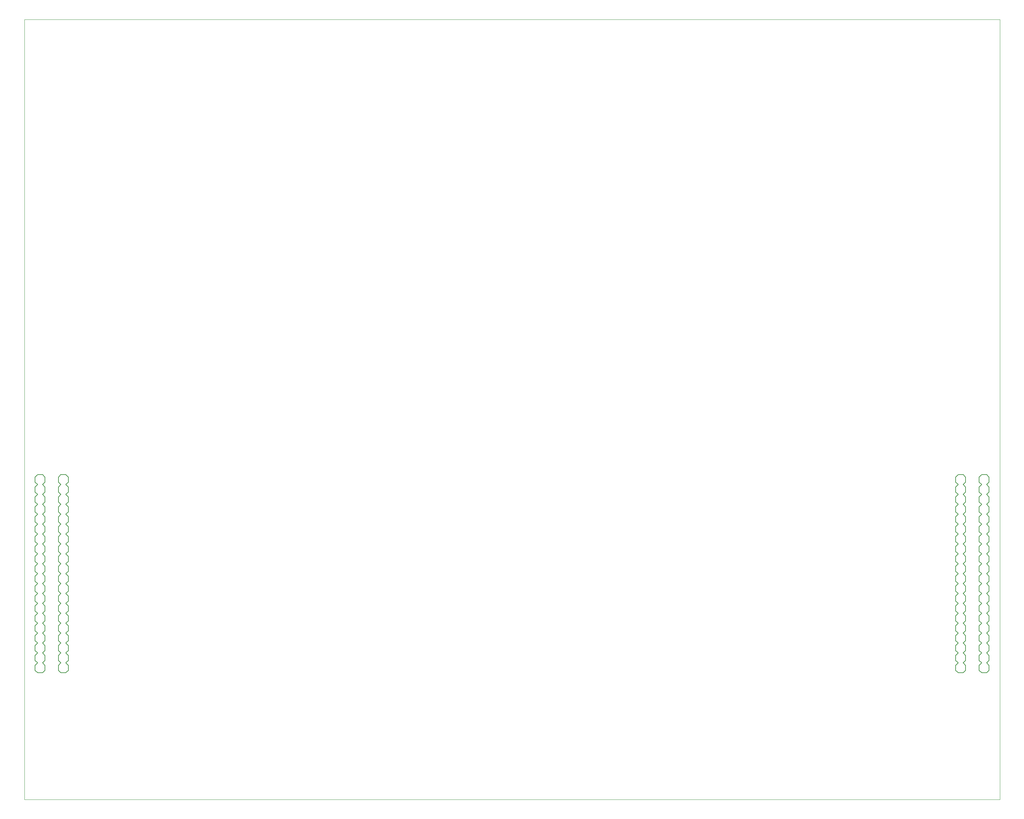
<source format=gbo>
G75*
%MOIN*%
%OFA0B0*%
%FSLAX25Y25*%
%IPPOS*%
%LPD*%
%AMOC8*
5,1,8,0,0,1.08239X$1,22.5*
%
%ADD10C,0.00000*%
%ADD11C,0.00800*%
D10*
X0001000Y0002000D02*
X0001000Y0789402D01*
X0985252Y0789402D01*
X0985252Y0002000D01*
X0001000Y0002000D01*
D11*
X0014248Y0129835D02*
X0019248Y0129835D01*
X0021748Y0132335D01*
X0021748Y0137335D01*
X0019248Y0139835D01*
X0021748Y0142335D01*
X0021748Y0147335D01*
X0019248Y0149835D01*
X0021748Y0152335D01*
X0021748Y0157335D01*
X0019248Y0159835D01*
X0021748Y0162335D01*
X0021748Y0167335D01*
X0019248Y0169835D01*
X0021748Y0172335D01*
X0021748Y0177335D01*
X0019248Y0179835D01*
X0021748Y0182335D01*
X0021748Y0187335D01*
X0019248Y0189835D01*
X0021748Y0192335D01*
X0021748Y0197335D01*
X0019248Y0199835D01*
X0021748Y0202335D01*
X0021748Y0207335D01*
X0019248Y0209835D01*
X0021748Y0212335D01*
X0021748Y0217335D01*
X0019248Y0219835D01*
X0021748Y0222335D01*
X0021748Y0227335D01*
X0019248Y0229835D01*
X0021748Y0232335D01*
X0021748Y0237335D01*
X0019248Y0239835D01*
X0021748Y0242335D01*
X0021748Y0247335D01*
X0019248Y0249835D01*
X0021748Y0252335D01*
X0021748Y0257335D01*
X0019248Y0259835D01*
X0021748Y0262335D01*
X0021748Y0267335D01*
X0019248Y0269835D01*
X0021748Y0272335D01*
X0021748Y0277335D01*
X0019248Y0279835D01*
X0021748Y0282335D01*
X0021748Y0287335D01*
X0019248Y0289835D01*
X0021748Y0292335D01*
X0021748Y0297335D01*
X0019248Y0299835D01*
X0021748Y0302335D01*
X0021748Y0307335D01*
X0019248Y0309835D01*
X0021748Y0312335D01*
X0021748Y0317335D01*
X0019248Y0319835D01*
X0021748Y0322335D01*
X0021748Y0327335D01*
X0019248Y0329835D01*
X0014248Y0329835D01*
X0011748Y0327335D01*
X0011748Y0322335D01*
X0014248Y0319835D01*
X0011748Y0317335D01*
X0011748Y0312335D01*
X0014248Y0309835D01*
X0011748Y0307335D01*
X0011748Y0302335D01*
X0014248Y0299835D01*
X0011748Y0297335D01*
X0011748Y0292335D01*
X0014248Y0289835D01*
X0011748Y0287335D01*
X0011748Y0282335D01*
X0014248Y0279835D01*
X0011748Y0277335D01*
X0011748Y0272335D01*
X0014248Y0269835D01*
X0011748Y0267335D01*
X0011748Y0262335D01*
X0014248Y0259835D01*
X0011748Y0257335D01*
X0011748Y0252335D01*
X0014248Y0249835D01*
X0011748Y0247335D01*
X0011748Y0242335D01*
X0014248Y0239835D01*
X0011748Y0237335D01*
X0011748Y0232335D01*
X0014248Y0229835D01*
X0011748Y0227335D01*
X0011748Y0222335D01*
X0014248Y0219835D01*
X0011748Y0217335D01*
X0011748Y0212335D01*
X0014248Y0209835D01*
X0011748Y0207335D01*
X0011748Y0202335D01*
X0014248Y0199835D01*
X0011748Y0197335D01*
X0011748Y0192335D01*
X0014248Y0189835D01*
X0011748Y0187335D01*
X0011748Y0182335D01*
X0014248Y0179835D01*
X0011748Y0177335D01*
X0011748Y0172335D01*
X0014248Y0169835D01*
X0011748Y0167335D01*
X0011748Y0162335D01*
X0014248Y0159835D01*
X0011748Y0157335D01*
X0011748Y0152335D01*
X0014248Y0149835D01*
X0011748Y0147335D01*
X0011748Y0142335D01*
X0014248Y0139835D01*
X0011748Y0137335D01*
X0011748Y0132335D01*
X0014248Y0129835D01*
X0035370Y0132335D02*
X0037870Y0129835D01*
X0042870Y0129835D01*
X0045370Y0132335D01*
X0045370Y0137335D01*
X0042870Y0139835D01*
X0045370Y0142335D01*
X0045370Y0147335D01*
X0042870Y0149835D01*
X0045370Y0152335D01*
X0045370Y0157335D01*
X0042870Y0159835D01*
X0045370Y0162335D01*
X0045370Y0167335D01*
X0042870Y0169835D01*
X0045370Y0172335D01*
X0045370Y0177335D01*
X0042870Y0179835D01*
X0045370Y0182335D01*
X0045370Y0187335D01*
X0042870Y0189835D01*
X0045370Y0192335D01*
X0045370Y0197335D01*
X0042870Y0199835D01*
X0045370Y0202335D01*
X0045370Y0207335D01*
X0042870Y0209835D01*
X0045370Y0212335D01*
X0045370Y0217335D01*
X0042870Y0219835D01*
X0045370Y0222335D01*
X0045370Y0227335D01*
X0042870Y0229835D01*
X0045370Y0232335D01*
X0045370Y0237335D01*
X0042870Y0239835D01*
X0045370Y0242335D01*
X0045370Y0247335D01*
X0042870Y0249835D01*
X0045370Y0252335D01*
X0045370Y0257335D01*
X0042870Y0259835D01*
X0045370Y0262335D01*
X0045370Y0267335D01*
X0042870Y0269835D01*
X0045370Y0272335D01*
X0045370Y0277335D01*
X0042870Y0279835D01*
X0045370Y0282335D01*
X0045370Y0287335D01*
X0042870Y0289835D01*
X0045370Y0292335D01*
X0045370Y0297335D01*
X0042870Y0299835D01*
X0045370Y0302335D01*
X0045370Y0307335D01*
X0042870Y0309835D01*
X0045370Y0312335D01*
X0045370Y0317335D01*
X0042870Y0319835D01*
X0045370Y0322335D01*
X0045370Y0327335D01*
X0042870Y0329835D01*
X0037870Y0329835D01*
X0035370Y0327335D01*
X0035370Y0322335D01*
X0037870Y0319835D01*
X0035370Y0317335D01*
X0035370Y0312335D01*
X0037870Y0309835D01*
X0035370Y0307335D01*
X0035370Y0302335D01*
X0037870Y0299835D01*
X0035370Y0297335D01*
X0035370Y0292335D01*
X0037870Y0289835D01*
X0035370Y0287335D01*
X0035370Y0282335D01*
X0037870Y0279835D01*
X0035370Y0277335D01*
X0035370Y0272335D01*
X0037870Y0269835D01*
X0035370Y0267335D01*
X0035370Y0262335D01*
X0037870Y0259835D01*
X0035370Y0257335D01*
X0035370Y0252335D01*
X0037870Y0249835D01*
X0035370Y0247335D01*
X0035370Y0242335D01*
X0037870Y0239835D01*
X0035370Y0237335D01*
X0035370Y0232335D01*
X0037870Y0229835D01*
X0035370Y0227335D01*
X0035370Y0222335D01*
X0037870Y0219835D01*
X0035370Y0217335D01*
X0035370Y0212335D01*
X0037870Y0209835D01*
X0035370Y0207335D01*
X0035370Y0202335D01*
X0037870Y0199835D01*
X0035370Y0197335D01*
X0035370Y0192335D01*
X0037870Y0189835D01*
X0035370Y0187335D01*
X0035370Y0182335D01*
X0037870Y0179835D01*
X0035370Y0177335D01*
X0035370Y0172335D01*
X0037870Y0169835D01*
X0035370Y0167335D01*
X0035370Y0162335D01*
X0037870Y0159835D01*
X0035370Y0157335D01*
X0035370Y0152335D01*
X0037870Y0149835D01*
X0035370Y0147335D01*
X0035370Y0142335D01*
X0037870Y0139835D01*
X0035370Y0137335D01*
X0035370Y0132335D01*
X0940882Y0132335D02*
X0943382Y0129835D01*
X0948382Y0129835D01*
X0950882Y0132335D01*
X0950882Y0137335D01*
X0948382Y0139835D01*
X0950882Y0142335D01*
X0950882Y0147335D01*
X0948382Y0149835D01*
X0950882Y0152335D01*
X0950882Y0157335D01*
X0948382Y0159835D01*
X0950882Y0162335D01*
X0950882Y0167335D01*
X0948382Y0169835D01*
X0950882Y0172335D01*
X0950882Y0177335D01*
X0948382Y0179835D01*
X0950882Y0182335D01*
X0950882Y0187335D01*
X0948382Y0189835D01*
X0950882Y0192335D01*
X0950882Y0197335D01*
X0948382Y0199835D01*
X0950882Y0202335D01*
X0950882Y0207335D01*
X0948382Y0209835D01*
X0950882Y0212335D01*
X0950882Y0217335D01*
X0948382Y0219835D01*
X0950882Y0222335D01*
X0950882Y0227335D01*
X0948382Y0229835D01*
X0950882Y0232335D01*
X0950882Y0237335D01*
X0948382Y0239835D01*
X0950882Y0242335D01*
X0950882Y0247335D01*
X0948382Y0249835D01*
X0950882Y0252335D01*
X0950882Y0257335D01*
X0948382Y0259835D01*
X0950882Y0262335D01*
X0950882Y0267335D01*
X0948382Y0269835D01*
X0950882Y0272335D01*
X0950882Y0277335D01*
X0948382Y0279835D01*
X0950882Y0282335D01*
X0950882Y0287335D01*
X0948382Y0289835D01*
X0950882Y0292335D01*
X0950882Y0297335D01*
X0948382Y0299835D01*
X0950882Y0302335D01*
X0950882Y0307335D01*
X0948382Y0309835D01*
X0950882Y0312335D01*
X0950882Y0317335D01*
X0948382Y0319835D01*
X0950882Y0322335D01*
X0950882Y0327335D01*
X0948382Y0329835D01*
X0943382Y0329835D01*
X0940882Y0327335D01*
X0940882Y0322335D01*
X0943382Y0319835D01*
X0940882Y0317335D01*
X0940882Y0312335D01*
X0943382Y0309835D01*
X0940882Y0307335D01*
X0940882Y0302335D01*
X0943382Y0299835D01*
X0940882Y0297335D01*
X0940882Y0292335D01*
X0943382Y0289835D01*
X0940882Y0287335D01*
X0940882Y0282335D01*
X0943382Y0279835D01*
X0940882Y0277335D01*
X0940882Y0272335D01*
X0943382Y0269835D01*
X0940882Y0267335D01*
X0940882Y0262335D01*
X0943382Y0259835D01*
X0940882Y0257335D01*
X0940882Y0252335D01*
X0943382Y0249835D01*
X0940882Y0247335D01*
X0940882Y0242335D01*
X0943382Y0239835D01*
X0940882Y0237335D01*
X0940882Y0232335D01*
X0943382Y0229835D01*
X0940882Y0227335D01*
X0940882Y0222335D01*
X0943382Y0219835D01*
X0940882Y0217335D01*
X0940882Y0212335D01*
X0943382Y0209835D01*
X0940882Y0207335D01*
X0940882Y0202335D01*
X0943382Y0199835D01*
X0940882Y0197335D01*
X0940882Y0192335D01*
X0943382Y0189835D01*
X0940882Y0187335D01*
X0940882Y0182335D01*
X0943382Y0179835D01*
X0940882Y0177335D01*
X0940882Y0172335D01*
X0943382Y0169835D01*
X0940882Y0167335D01*
X0940882Y0162335D01*
X0943382Y0159835D01*
X0940882Y0157335D01*
X0940882Y0152335D01*
X0943382Y0149835D01*
X0940882Y0147335D01*
X0940882Y0142335D01*
X0943382Y0139835D01*
X0940882Y0137335D01*
X0940882Y0132335D01*
X0964504Y0132335D02*
X0967004Y0129835D01*
X0972004Y0129835D01*
X0974504Y0132335D01*
X0974504Y0137335D01*
X0972004Y0139835D01*
X0974504Y0142335D01*
X0974504Y0147335D01*
X0972004Y0149835D01*
X0974504Y0152335D01*
X0974504Y0157335D01*
X0972004Y0159835D01*
X0974504Y0162335D01*
X0974504Y0167335D01*
X0972004Y0169835D01*
X0974504Y0172335D01*
X0974504Y0177335D01*
X0972004Y0179835D01*
X0974504Y0182335D01*
X0974504Y0187335D01*
X0972004Y0189835D01*
X0974504Y0192335D01*
X0974504Y0197335D01*
X0972004Y0199835D01*
X0974504Y0202335D01*
X0974504Y0207335D01*
X0972004Y0209835D01*
X0974504Y0212335D01*
X0974504Y0217335D01*
X0972004Y0219835D01*
X0974504Y0222335D01*
X0974504Y0227335D01*
X0972004Y0229835D01*
X0974504Y0232335D01*
X0974504Y0237335D01*
X0972004Y0239835D01*
X0974504Y0242335D01*
X0974504Y0247335D01*
X0972004Y0249835D01*
X0974504Y0252335D01*
X0974504Y0257335D01*
X0972004Y0259835D01*
X0974504Y0262335D01*
X0974504Y0267335D01*
X0972004Y0269835D01*
X0974504Y0272335D01*
X0974504Y0277335D01*
X0972004Y0279835D01*
X0974504Y0282335D01*
X0974504Y0287335D01*
X0972004Y0289835D01*
X0974504Y0292335D01*
X0974504Y0297335D01*
X0972004Y0299835D01*
X0974504Y0302335D01*
X0974504Y0307335D01*
X0972004Y0309835D01*
X0974504Y0312335D01*
X0974504Y0317335D01*
X0972004Y0319835D01*
X0974504Y0322335D01*
X0974504Y0327335D01*
X0972004Y0329835D01*
X0967004Y0329835D01*
X0964504Y0327335D01*
X0964504Y0322335D01*
X0967004Y0319835D01*
X0964504Y0317335D01*
X0964504Y0312335D01*
X0967004Y0309835D01*
X0964504Y0307335D01*
X0964504Y0302335D01*
X0967004Y0299835D01*
X0964504Y0297335D01*
X0964504Y0292335D01*
X0967004Y0289835D01*
X0964504Y0287335D01*
X0964504Y0282335D01*
X0967004Y0279835D01*
X0964504Y0277335D01*
X0964504Y0272335D01*
X0967004Y0269835D01*
X0964504Y0267335D01*
X0964504Y0262335D01*
X0967004Y0259835D01*
X0964504Y0257335D01*
X0964504Y0252335D01*
X0967004Y0249835D01*
X0964504Y0247335D01*
X0964504Y0242335D01*
X0967004Y0239835D01*
X0964504Y0237335D01*
X0964504Y0232335D01*
X0967004Y0229835D01*
X0964504Y0227335D01*
X0964504Y0222335D01*
X0967004Y0219835D01*
X0964504Y0217335D01*
X0964504Y0212335D01*
X0967004Y0209835D01*
X0964504Y0207335D01*
X0964504Y0202335D01*
X0967004Y0199835D01*
X0964504Y0197335D01*
X0964504Y0192335D01*
X0967004Y0189835D01*
X0964504Y0187335D01*
X0964504Y0182335D01*
X0967004Y0179835D01*
X0964504Y0177335D01*
X0964504Y0172335D01*
X0967004Y0169835D01*
X0964504Y0167335D01*
X0964504Y0162335D01*
X0967004Y0159835D01*
X0964504Y0157335D01*
X0964504Y0152335D01*
X0967004Y0149835D01*
X0964504Y0147335D01*
X0964504Y0142335D01*
X0967004Y0139835D01*
X0964504Y0137335D01*
X0964504Y0132335D01*
M02*

</source>
